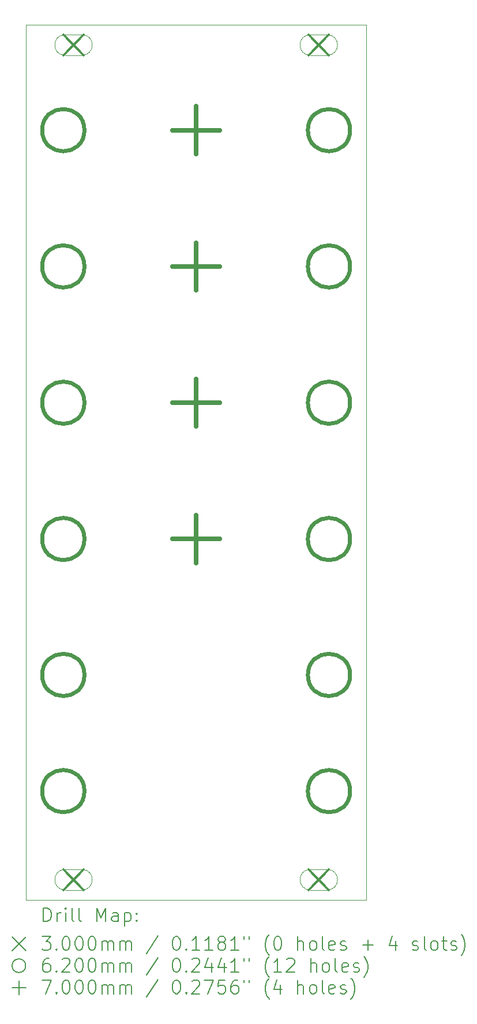
<source format=gbr>
%TF.GenerationSoftware,KiCad,Pcbnew,8.0.6-8.0.6-0~ubuntu22.04.1*%
%TF.CreationDate,2025-02-02T18:21:29+01:00*%
%TF.ProjectId,Drumbox,4472756d-626f-4782-9e6b-696361645f70,rev?*%
%TF.SameCoordinates,Original*%
%TF.FileFunction,Drillmap*%
%TF.FilePolarity,Positive*%
%FSLAX45Y45*%
G04 Gerber Fmt 4.5, Leading zero omitted, Abs format (unit mm)*
G04 Created by KiCad (PCBNEW 8.0.6-8.0.6-0~ubuntu22.04.1) date 2025-02-02 18:21:29*
%MOMM*%
%LPD*%
G01*
G04 APERTURE LIST*
%ADD10C,0.050000*%
%ADD11C,0.200000*%
%ADD12C,0.300000*%
%ADD13C,0.100000*%
%ADD14C,0.620000*%
%ADD15C,0.700000*%
G04 APERTURE END LIST*
D10*
X22040000Y-15330000D02*
X17040000Y-15330000D01*
X17040000Y-2480000D02*
X17040000Y-15330000D01*
X22040000Y-2480000D02*
X22040000Y-15330000D01*
X17040000Y-2480000D02*
X22040000Y-2480000D01*
D11*
D12*
X17590000Y-2630000D02*
X17890000Y-2930000D01*
X17890000Y-2630000D02*
X17590000Y-2930000D01*
D13*
X17615000Y-2930000D02*
X17865000Y-2930000D01*
X17865000Y-2630000D02*
G75*
G02*
X17865000Y-2930000I0J-150000D01*
G01*
X17865000Y-2630000D02*
X17615000Y-2630000D01*
X17615000Y-2630000D02*
G75*
G03*
X17615000Y-2930000I0J-150000D01*
G01*
D12*
X17590000Y-14880000D02*
X17890000Y-15180000D01*
X17890000Y-14880000D02*
X17590000Y-15180000D01*
D13*
X17615000Y-15180000D02*
X17865000Y-15180000D01*
X17865000Y-14880000D02*
G75*
G02*
X17865000Y-15180000I0J-150000D01*
G01*
X17865000Y-14880000D02*
X17615000Y-14880000D01*
X17615000Y-14880000D02*
G75*
G03*
X17615000Y-15180000I0J-150000D01*
G01*
D12*
X21190000Y-2630000D02*
X21490000Y-2930000D01*
X21490000Y-2630000D02*
X21190000Y-2930000D01*
D13*
X21215000Y-2930000D02*
X21465000Y-2930000D01*
X21465000Y-2630000D02*
G75*
G02*
X21465000Y-2930000I0J-150000D01*
G01*
X21465000Y-2630000D02*
X21215000Y-2630000D01*
X21215000Y-2630000D02*
G75*
G03*
X21215000Y-2930000I0J-150000D01*
G01*
D12*
X21190000Y-14880000D02*
X21490000Y-15180000D01*
X21490000Y-14880000D02*
X21190000Y-15180000D01*
D13*
X21215000Y-15180000D02*
X21465000Y-15180000D01*
X21465000Y-14880000D02*
G75*
G02*
X21465000Y-15180000I0J-150000D01*
G01*
X21465000Y-14880000D02*
X21215000Y-14880000D01*
X21215000Y-14880000D02*
G75*
G03*
X21215000Y-15180000I0J-150000D01*
G01*
D14*
X17900000Y-6030000D02*
G75*
G02*
X17280000Y-6030000I-310000J0D01*
G01*
X17280000Y-6030000D02*
G75*
G02*
X17900000Y-6030000I310000J0D01*
G01*
X17900000Y-8030000D02*
G75*
G02*
X17280000Y-8030000I-310000J0D01*
G01*
X17280000Y-8030000D02*
G75*
G02*
X17900000Y-8030000I310000J0D01*
G01*
X17900000Y-13730000D02*
G75*
G02*
X17280000Y-13730000I-310000J0D01*
G01*
X17280000Y-13730000D02*
G75*
G02*
X17900000Y-13730000I310000J0D01*
G01*
X17900000Y-4030000D02*
G75*
G02*
X17280000Y-4030000I-310000J0D01*
G01*
X17280000Y-4030000D02*
G75*
G02*
X17900000Y-4030000I310000J0D01*
G01*
X17900000Y-10030000D02*
G75*
G02*
X17280000Y-10030000I-310000J0D01*
G01*
X17280000Y-10030000D02*
G75*
G02*
X17900000Y-10030000I310000J0D01*
G01*
X17900000Y-12025000D02*
G75*
G02*
X17280000Y-12025000I-310000J0D01*
G01*
X17280000Y-12025000D02*
G75*
G02*
X17900000Y-12025000I310000J0D01*
G01*
X21800000Y-6030000D02*
G75*
G02*
X21180000Y-6030000I-310000J0D01*
G01*
X21180000Y-6030000D02*
G75*
G02*
X21800000Y-6030000I310000J0D01*
G01*
X21800000Y-8030000D02*
G75*
G02*
X21180000Y-8030000I-310000J0D01*
G01*
X21180000Y-8030000D02*
G75*
G02*
X21800000Y-8030000I310000J0D01*
G01*
X21800000Y-4030000D02*
G75*
G02*
X21180000Y-4030000I-310000J0D01*
G01*
X21180000Y-4030000D02*
G75*
G02*
X21800000Y-4030000I310000J0D01*
G01*
X21800000Y-10030000D02*
G75*
G02*
X21180000Y-10030000I-310000J0D01*
G01*
X21180000Y-10030000D02*
G75*
G02*
X21800000Y-10030000I310000J0D01*
G01*
X21800000Y-12025000D02*
G75*
G02*
X21180000Y-12025000I-310000J0D01*
G01*
X21180000Y-12025000D02*
G75*
G02*
X21800000Y-12025000I310000J0D01*
G01*
X21800000Y-13730000D02*
G75*
G02*
X21180000Y-13730000I-310000J0D01*
G01*
X21180000Y-13730000D02*
G75*
G02*
X21800000Y-13730000I310000J0D01*
G01*
D15*
X19540000Y-5680000D02*
X19540000Y-6380000D01*
X19190000Y-6030000D02*
X19890000Y-6030000D01*
X19540000Y-7680000D02*
X19540000Y-8380000D01*
X19190000Y-8030000D02*
X19890000Y-8030000D01*
X19540000Y-3680000D02*
X19540000Y-4380000D01*
X19190000Y-4030000D02*
X19890000Y-4030000D01*
X19540000Y-9680000D02*
X19540000Y-10380000D01*
X19190000Y-10030000D02*
X19890000Y-10030000D01*
D11*
X17298277Y-15643984D02*
X17298277Y-15443984D01*
X17298277Y-15443984D02*
X17345896Y-15443984D01*
X17345896Y-15443984D02*
X17374467Y-15453508D01*
X17374467Y-15453508D02*
X17393515Y-15472555D01*
X17393515Y-15472555D02*
X17403039Y-15491603D01*
X17403039Y-15491603D02*
X17412563Y-15529698D01*
X17412563Y-15529698D02*
X17412563Y-15558269D01*
X17412563Y-15558269D02*
X17403039Y-15596365D01*
X17403039Y-15596365D02*
X17393515Y-15615412D01*
X17393515Y-15615412D02*
X17374467Y-15634460D01*
X17374467Y-15634460D02*
X17345896Y-15643984D01*
X17345896Y-15643984D02*
X17298277Y-15643984D01*
X17498277Y-15643984D02*
X17498277Y-15510650D01*
X17498277Y-15548746D02*
X17507801Y-15529698D01*
X17507801Y-15529698D02*
X17517324Y-15520174D01*
X17517324Y-15520174D02*
X17536372Y-15510650D01*
X17536372Y-15510650D02*
X17555420Y-15510650D01*
X17622086Y-15643984D02*
X17622086Y-15510650D01*
X17622086Y-15443984D02*
X17612563Y-15453508D01*
X17612563Y-15453508D02*
X17622086Y-15463031D01*
X17622086Y-15463031D02*
X17631610Y-15453508D01*
X17631610Y-15453508D02*
X17622086Y-15443984D01*
X17622086Y-15443984D02*
X17622086Y-15463031D01*
X17745896Y-15643984D02*
X17726848Y-15634460D01*
X17726848Y-15634460D02*
X17717324Y-15615412D01*
X17717324Y-15615412D02*
X17717324Y-15443984D01*
X17850658Y-15643984D02*
X17831610Y-15634460D01*
X17831610Y-15634460D02*
X17822086Y-15615412D01*
X17822086Y-15615412D02*
X17822086Y-15443984D01*
X18079229Y-15643984D02*
X18079229Y-15443984D01*
X18079229Y-15443984D02*
X18145896Y-15586841D01*
X18145896Y-15586841D02*
X18212563Y-15443984D01*
X18212563Y-15443984D02*
X18212563Y-15643984D01*
X18393515Y-15643984D02*
X18393515Y-15539222D01*
X18393515Y-15539222D02*
X18383991Y-15520174D01*
X18383991Y-15520174D02*
X18364944Y-15510650D01*
X18364944Y-15510650D02*
X18326848Y-15510650D01*
X18326848Y-15510650D02*
X18307801Y-15520174D01*
X18393515Y-15634460D02*
X18374467Y-15643984D01*
X18374467Y-15643984D02*
X18326848Y-15643984D01*
X18326848Y-15643984D02*
X18307801Y-15634460D01*
X18307801Y-15634460D02*
X18298277Y-15615412D01*
X18298277Y-15615412D02*
X18298277Y-15596365D01*
X18298277Y-15596365D02*
X18307801Y-15577317D01*
X18307801Y-15577317D02*
X18326848Y-15567793D01*
X18326848Y-15567793D02*
X18374467Y-15567793D01*
X18374467Y-15567793D02*
X18393515Y-15558269D01*
X18488753Y-15510650D02*
X18488753Y-15710650D01*
X18488753Y-15520174D02*
X18507801Y-15510650D01*
X18507801Y-15510650D02*
X18545896Y-15510650D01*
X18545896Y-15510650D02*
X18564944Y-15520174D01*
X18564944Y-15520174D02*
X18574467Y-15529698D01*
X18574467Y-15529698D02*
X18583991Y-15548746D01*
X18583991Y-15548746D02*
X18583991Y-15605888D01*
X18583991Y-15605888D02*
X18574467Y-15624936D01*
X18574467Y-15624936D02*
X18564944Y-15634460D01*
X18564944Y-15634460D02*
X18545896Y-15643984D01*
X18545896Y-15643984D02*
X18507801Y-15643984D01*
X18507801Y-15643984D02*
X18488753Y-15634460D01*
X18669705Y-15624936D02*
X18679229Y-15634460D01*
X18679229Y-15634460D02*
X18669705Y-15643984D01*
X18669705Y-15643984D02*
X18660182Y-15634460D01*
X18660182Y-15634460D02*
X18669705Y-15624936D01*
X18669705Y-15624936D02*
X18669705Y-15643984D01*
X18669705Y-15520174D02*
X18679229Y-15529698D01*
X18679229Y-15529698D02*
X18669705Y-15539222D01*
X18669705Y-15539222D02*
X18660182Y-15529698D01*
X18660182Y-15529698D02*
X18669705Y-15520174D01*
X18669705Y-15520174D02*
X18669705Y-15539222D01*
X16837500Y-15872500D02*
X17037500Y-16072500D01*
X17037500Y-15872500D02*
X16837500Y-16072500D01*
X17279229Y-15863984D02*
X17403039Y-15863984D01*
X17403039Y-15863984D02*
X17336372Y-15940174D01*
X17336372Y-15940174D02*
X17364944Y-15940174D01*
X17364944Y-15940174D02*
X17383991Y-15949698D01*
X17383991Y-15949698D02*
X17393515Y-15959222D01*
X17393515Y-15959222D02*
X17403039Y-15978269D01*
X17403039Y-15978269D02*
X17403039Y-16025888D01*
X17403039Y-16025888D02*
X17393515Y-16044936D01*
X17393515Y-16044936D02*
X17383991Y-16054460D01*
X17383991Y-16054460D02*
X17364944Y-16063984D01*
X17364944Y-16063984D02*
X17307801Y-16063984D01*
X17307801Y-16063984D02*
X17288753Y-16054460D01*
X17288753Y-16054460D02*
X17279229Y-16044936D01*
X17488753Y-16044936D02*
X17498277Y-16054460D01*
X17498277Y-16054460D02*
X17488753Y-16063984D01*
X17488753Y-16063984D02*
X17479229Y-16054460D01*
X17479229Y-16054460D02*
X17488753Y-16044936D01*
X17488753Y-16044936D02*
X17488753Y-16063984D01*
X17622086Y-15863984D02*
X17641134Y-15863984D01*
X17641134Y-15863984D02*
X17660182Y-15873508D01*
X17660182Y-15873508D02*
X17669705Y-15883031D01*
X17669705Y-15883031D02*
X17679229Y-15902079D01*
X17679229Y-15902079D02*
X17688753Y-15940174D01*
X17688753Y-15940174D02*
X17688753Y-15987793D01*
X17688753Y-15987793D02*
X17679229Y-16025888D01*
X17679229Y-16025888D02*
X17669705Y-16044936D01*
X17669705Y-16044936D02*
X17660182Y-16054460D01*
X17660182Y-16054460D02*
X17641134Y-16063984D01*
X17641134Y-16063984D02*
X17622086Y-16063984D01*
X17622086Y-16063984D02*
X17603039Y-16054460D01*
X17603039Y-16054460D02*
X17593515Y-16044936D01*
X17593515Y-16044936D02*
X17583991Y-16025888D01*
X17583991Y-16025888D02*
X17574467Y-15987793D01*
X17574467Y-15987793D02*
X17574467Y-15940174D01*
X17574467Y-15940174D02*
X17583991Y-15902079D01*
X17583991Y-15902079D02*
X17593515Y-15883031D01*
X17593515Y-15883031D02*
X17603039Y-15873508D01*
X17603039Y-15873508D02*
X17622086Y-15863984D01*
X17812563Y-15863984D02*
X17831610Y-15863984D01*
X17831610Y-15863984D02*
X17850658Y-15873508D01*
X17850658Y-15873508D02*
X17860182Y-15883031D01*
X17860182Y-15883031D02*
X17869705Y-15902079D01*
X17869705Y-15902079D02*
X17879229Y-15940174D01*
X17879229Y-15940174D02*
X17879229Y-15987793D01*
X17879229Y-15987793D02*
X17869705Y-16025888D01*
X17869705Y-16025888D02*
X17860182Y-16044936D01*
X17860182Y-16044936D02*
X17850658Y-16054460D01*
X17850658Y-16054460D02*
X17831610Y-16063984D01*
X17831610Y-16063984D02*
X17812563Y-16063984D01*
X17812563Y-16063984D02*
X17793515Y-16054460D01*
X17793515Y-16054460D02*
X17783991Y-16044936D01*
X17783991Y-16044936D02*
X17774467Y-16025888D01*
X17774467Y-16025888D02*
X17764944Y-15987793D01*
X17764944Y-15987793D02*
X17764944Y-15940174D01*
X17764944Y-15940174D02*
X17774467Y-15902079D01*
X17774467Y-15902079D02*
X17783991Y-15883031D01*
X17783991Y-15883031D02*
X17793515Y-15873508D01*
X17793515Y-15873508D02*
X17812563Y-15863984D01*
X18003039Y-15863984D02*
X18022086Y-15863984D01*
X18022086Y-15863984D02*
X18041134Y-15873508D01*
X18041134Y-15873508D02*
X18050658Y-15883031D01*
X18050658Y-15883031D02*
X18060182Y-15902079D01*
X18060182Y-15902079D02*
X18069705Y-15940174D01*
X18069705Y-15940174D02*
X18069705Y-15987793D01*
X18069705Y-15987793D02*
X18060182Y-16025888D01*
X18060182Y-16025888D02*
X18050658Y-16044936D01*
X18050658Y-16044936D02*
X18041134Y-16054460D01*
X18041134Y-16054460D02*
X18022086Y-16063984D01*
X18022086Y-16063984D02*
X18003039Y-16063984D01*
X18003039Y-16063984D02*
X17983991Y-16054460D01*
X17983991Y-16054460D02*
X17974467Y-16044936D01*
X17974467Y-16044936D02*
X17964944Y-16025888D01*
X17964944Y-16025888D02*
X17955420Y-15987793D01*
X17955420Y-15987793D02*
X17955420Y-15940174D01*
X17955420Y-15940174D02*
X17964944Y-15902079D01*
X17964944Y-15902079D02*
X17974467Y-15883031D01*
X17974467Y-15883031D02*
X17983991Y-15873508D01*
X17983991Y-15873508D02*
X18003039Y-15863984D01*
X18155420Y-16063984D02*
X18155420Y-15930650D01*
X18155420Y-15949698D02*
X18164944Y-15940174D01*
X18164944Y-15940174D02*
X18183991Y-15930650D01*
X18183991Y-15930650D02*
X18212563Y-15930650D01*
X18212563Y-15930650D02*
X18231610Y-15940174D01*
X18231610Y-15940174D02*
X18241134Y-15959222D01*
X18241134Y-15959222D02*
X18241134Y-16063984D01*
X18241134Y-15959222D02*
X18250658Y-15940174D01*
X18250658Y-15940174D02*
X18269705Y-15930650D01*
X18269705Y-15930650D02*
X18298277Y-15930650D01*
X18298277Y-15930650D02*
X18317325Y-15940174D01*
X18317325Y-15940174D02*
X18326848Y-15959222D01*
X18326848Y-15959222D02*
X18326848Y-16063984D01*
X18422086Y-16063984D02*
X18422086Y-15930650D01*
X18422086Y-15949698D02*
X18431610Y-15940174D01*
X18431610Y-15940174D02*
X18450658Y-15930650D01*
X18450658Y-15930650D02*
X18479229Y-15930650D01*
X18479229Y-15930650D02*
X18498277Y-15940174D01*
X18498277Y-15940174D02*
X18507801Y-15959222D01*
X18507801Y-15959222D02*
X18507801Y-16063984D01*
X18507801Y-15959222D02*
X18517325Y-15940174D01*
X18517325Y-15940174D02*
X18536372Y-15930650D01*
X18536372Y-15930650D02*
X18564944Y-15930650D01*
X18564944Y-15930650D02*
X18583991Y-15940174D01*
X18583991Y-15940174D02*
X18593515Y-15959222D01*
X18593515Y-15959222D02*
X18593515Y-16063984D01*
X18983991Y-15854460D02*
X18812563Y-16111603D01*
X19241134Y-15863984D02*
X19260182Y-15863984D01*
X19260182Y-15863984D02*
X19279229Y-15873508D01*
X19279229Y-15873508D02*
X19288753Y-15883031D01*
X19288753Y-15883031D02*
X19298277Y-15902079D01*
X19298277Y-15902079D02*
X19307801Y-15940174D01*
X19307801Y-15940174D02*
X19307801Y-15987793D01*
X19307801Y-15987793D02*
X19298277Y-16025888D01*
X19298277Y-16025888D02*
X19288753Y-16044936D01*
X19288753Y-16044936D02*
X19279229Y-16054460D01*
X19279229Y-16054460D02*
X19260182Y-16063984D01*
X19260182Y-16063984D02*
X19241134Y-16063984D01*
X19241134Y-16063984D02*
X19222087Y-16054460D01*
X19222087Y-16054460D02*
X19212563Y-16044936D01*
X19212563Y-16044936D02*
X19203039Y-16025888D01*
X19203039Y-16025888D02*
X19193515Y-15987793D01*
X19193515Y-15987793D02*
X19193515Y-15940174D01*
X19193515Y-15940174D02*
X19203039Y-15902079D01*
X19203039Y-15902079D02*
X19212563Y-15883031D01*
X19212563Y-15883031D02*
X19222087Y-15873508D01*
X19222087Y-15873508D02*
X19241134Y-15863984D01*
X19393515Y-16044936D02*
X19403039Y-16054460D01*
X19403039Y-16054460D02*
X19393515Y-16063984D01*
X19393515Y-16063984D02*
X19383991Y-16054460D01*
X19383991Y-16054460D02*
X19393515Y-16044936D01*
X19393515Y-16044936D02*
X19393515Y-16063984D01*
X19593515Y-16063984D02*
X19479229Y-16063984D01*
X19536372Y-16063984D02*
X19536372Y-15863984D01*
X19536372Y-15863984D02*
X19517325Y-15892555D01*
X19517325Y-15892555D02*
X19498277Y-15911603D01*
X19498277Y-15911603D02*
X19479229Y-15921127D01*
X19783991Y-16063984D02*
X19669706Y-16063984D01*
X19726848Y-16063984D02*
X19726848Y-15863984D01*
X19726848Y-15863984D02*
X19707801Y-15892555D01*
X19707801Y-15892555D02*
X19688753Y-15911603D01*
X19688753Y-15911603D02*
X19669706Y-15921127D01*
X19898277Y-15949698D02*
X19879229Y-15940174D01*
X19879229Y-15940174D02*
X19869706Y-15930650D01*
X19869706Y-15930650D02*
X19860182Y-15911603D01*
X19860182Y-15911603D02*
X19860182Y-15902079D01*
X19860182Y-15902079D02*
X19869706Y-15883031D01*
X19869706Y-15883031D02*
X19879229Y-15873508D01*
X19879229Y-15873508D02*
X19898277Y-15863984D01*
X19898277Y-15863984D02*
X19936372Y-15863984D01*
X19936372Y-15863984D02*
X19955420Y-15873508D01*
X19955420Y-15873508D02*
X19964944Y-15883031D01*
X19964944Y-15883031D02*
X19974468Y-15902079D01*
X19974468Y-15902079D02*
X19974468Y-15911603D01*
X19974468Y-15911603D02*
X19964944Y-15930650D01*
X19964944Y-15930650D02*
X19955420Y-15940174D01*
X19955420Y-15940174D02*
X19936372Y-15949698D01*
X19936372Y-15949698D02*
X19898277Y-15949698D01*
X19898277Y-15949698D02*
X19879229Y-15959222D01*
X19879229Y-15959222D02*
X19869706Y-15968746D01*
X19869706Y-15968746D02*
X19860182Y-15987793D01*
X19860182Y-15987793D02*
X19860182Y-16025888D01*
X19860182Y-16025888D02*
X19869706Y-16044936D01*
X19869706Y-16044936D02*
X19879229Y-16054460D01*
X19879229Y-16054460D02*
X19898277Y-16063984D01*
X19898277Y-16063984D02*
X19936372Y-16063984D01*
X19936372Y-16063984D02*
X19955420Y-16054460D01*
X19955420Y-16054460D02*
X19964944Y-16044936D01*
X19964944Y-16044936D02*
X19974468Y-16025888D01*
X19974468Y-16025888D02*
X19974468Y-15987793D01*
X19974468Y-15987793D02*
X19964944Y-15968746D01*
X19964944Y-15968746D02*
X19955420Y-15959222D01*
X19955420Y-15959222D02*
X19936372Y-15949698D01*
X20164944Y-16063984D02*
X20050658Y-16063984D01*
X20107801Y-16063984D02*
X20107801Y-15863984D01*
X20107801Y-15863984D02*
X20088753Y-15892555D01*
X20088753Y-15892555D02*
X20069706Y-15911603D01*
X20069706Y-15911603D02*
X20050658Y-15921127D01*
X20241134Y-15863984D02*
X20241134Y-15902079D01*
X20317325Y-15863984D02*
X20317325Y-15902079D01*
X20612563Y-16140174D02*
X20603039Y-16130650D01*
X20603039Y-16130650D02*
X20583991Y-16102079D01*
X20583991Y-16102079D02*
X20574468Y-16083031D01*
X20574468Y-16083031D02*
X20564944Y-16054460D01*
X20564944Y-16054460D02*
X20555420Y-16006841D01*
X20555420Y-16006841D02*
X20555420Y-15968746D01*
X20555420Y-15968746D02*
X20564944Y-15921127D01*
X20564944Y-15921127D02*
X20574468Y-15892555D01*
X20574468Y-15892555D02*
X20583991Y-15873508D01*
X20583991Y-15873508D02*
X20603039Y-15844936D01*
X20603039Y-15844936D02*
X20612563Y-15835412D01*
X20726849Y-15863984D02*
X20745896Y-15863984D01*
X20745896Y-15863984D02*
X20764944Y-15873508D01*
X20764944Y-15873508D02*
X20774468Y-15883031D01*
X20774468Y-15883031D02*
X20783991Y-15902079D01*
X20783991Y-15902079D02*
X20793515Y-15940174D01*
X20793515Y-15940174D02*
X20793515Y-15987793D01*
X20793515Y-15987793D02*
X20783991Y-16025888D01*
X20783991Y-16025888D02*
X20774468Y-16044936D01*
X20774468Y-16044936D02*
X20764944Y-16054460D01*
X20764944Y-16054460D02*
X20745896Y-16063984D01*
X20745896Y-16063984D02*
X20726849Y-16063984D01*
X20726849Y-16063984D02*
X20707801Y-16054460D01*
X20707801Y-16054460D02*
X20698277Y-16044936D01*
X20698277Y-16044936D02*
X20688753Y-16025888D01*
X20688753Y-16025888D02*
X20679230Y-15987793D01*
X20679230Y-15987793D02*
X20679230Y-15940174D01*
X20679230Y-15940174D02*
X20688753Y-15902079D01*
X20688753Y-15902079D02*
X20698277Y-15883031D01*
X20698277Y-15883031D02*
X20707801Y-15873508D01*
X20707801Y-15873508D02*
X20726849Y-15863984D01*
X21031611Y-16063984D02*
X21031611Y-15863984D01*
X21117325Y-16063984D02*
X21117325Y-15959222D01*
X21117325Y-15959222D02*
X21107801Y-15940174D01*
X21107801Y-15940174D02*
X21088753Y-15930650D01*
X21088753Y-15930650D02*
X21060182Y-15930650D01*
X21060182Y-15930650D02*
X21041134Y-15940174D01*
X21041134Y-15940174D02*
X21031611Y-15949698D01*
X21241134Y-16063984D02*
X21222087Y-16054460D01*
X21222087Y-16054460D02*
X21212563Y-16044936D01*
X21212563Y-16044936D02*
X21203039Y-16025888D01*
X21203039Y-16025888D02*
X21203039Y-15968746D01*
X21203039Y-15968746D02*
X21212563Y-15949698D01*
X21212563Y-15949698D02*
X21222087Y-15940174D01*
X21222087Y-15940174D02*
X21241134Y-15930650D01*
X21241134Y-15930650D02*
X21269706Y-15930650D01*
X21269706Y-15930650D02*
X21288753Y-15940174D01*
X21288753Y-15940174D02*
X21298277Y-15949698D01*
X21298277Y-15949698D02*
X21307801Y-15968746D01*
X21307801Y-15968746D02*
X21307801Y-16025888D01*
X21307801Y-16025888D02*
X21298277Y-16044936D01*
X21298277Y-16044936D02*
X21288753Y-16054460D01*
X21288753Y-16054460D02*
X21269706Y-16063984D01*
X21269706Y-16063984D02*
X21241134Y-16063984D01*
X21422087Y-16063984D02*
X21403039Y-16054460D01*
X21403039Y-16054460D02*
X21393515Y-16035412D01*
X21393515Y-16035412D02*
X21393515Y-15863984D01*
X21574468Y-16054460D02*
X21555420Y-16063984D01*
X21555420Y-16063984D02*
X21517325Y-16063984D01*
X21517325Y-16063984D02*
X21498277Y-16054460D01*
X21498277Y-16054460D02*
X21488753Y-16035412D01*
X21488753Y-16035412D02*
X21488753Y-15959222D01*
X21488753Y-15959222D02*
X21498277Y-15940174D01*
X21498277Y-15940174D02*
X21517325Y-15930650D01*
X21517325Y-15930650D02*
X21555420Y-15930650D01*
X21555420Y-15930650D02*
X21574468Y-15940174D01*
X21574468Y-15940174D02*
X21583992Y-15959222D01*
X21583992Y-15959222D02*
X21583992Y-15978269D01*
X21583992Y-15978269D02*
X21488753Y-15997317D01*
X21660182Y-16054460D02*
X21679230Y-16063984D01*
X21679230Y-16063984D02*
X21717325Y-16063984D01*
X21717325Y-16063984D02*
X21736373Y-16054460D01*
X21736373Y-16054460D02*
X21745896Y-16035412D01*
X21745896Y-16035412D02*
X21745896Y-16025888D01*
X21745896Y-16025888D02*
X21736373Y-16006841D01*
X21736373Y-16006841D02*
X21717325Y-15997317D01*
X21717325Y-15997317D02*
X21688753Y-15997317D01*
X21688753Y-15997317D02*
X21669706Y-15987793D01*
X21669706Y-15987793D02*
X21660182Y-15968746D01*
X21660182Y-15968746D02*
X21660182Y-15959222D01*
X21660182Y-15959222D02*
X21669706Y-15940174D01*
X21669706Y-15940174D02*
X21688753Y-15930650D01*
X21688753Y-15930650D02*
X21717325Y-15930650D01*
X21717325Y-15930650D02*
X21736373Y-15940174D01*
X21983992Y-15987793D02*
X22136373Y-15987793D01*
X22060182Y-16063984D02*
X22060182Y-15911603D01*
X22469706Y-15930650D02*
X22469706Y-16063984D01*
X22422087Y-15854460D02*
X22374468Y-15997317D01*
X22374468Y-15997317D02*
X22498277Y-15997317D01*
X22717325Y-16054460D02*
X22736373Y-16063984D01*
X22736373Y-16063984D02*
X22774468Y-16063984D01*
X22774468Y-16063984D02*
X22793515Y-16054460D01*
X22793515Y-16054460D02*
X22803039Y-16035412D01*
X22803039Y-16035412D02*
X22803039Y-16025888D01*
X22803039Y-16025888D02*
X22793515Y-16006841D01*
X22793515Y-16006841D02*
X22774468Y-15997317D01*
X22774468Y-15997317D02*
X22745896Y-15997317D01*
X22745896Y-15997317D02*
X22726849Y-15987793D01*
X22726849Y-15987793D02*
X22717325Y-15968746D01*
X22717325Y-15968746D02*
X22717325Y-15959222D01*
X22717325Y-15959222D02*
X22726849Y-15940174D01*
X22726849Y-15940174D02*
X22745896Y-15930650D01*
X22745896Y-15930650D02*
X22774468Y-15930650D01*
X22774468Y-15930650D02*
X22793515Y-15940174D01*
X22917325Y-16063984D02*
X22898277Y-16054460D01*
X22898277Y-16054460D02*
X22888754Y-16035412D01*
X22888754Y-16035412D02*
X22888754Y-15863984D01*
X23022087Y-16063984D02*
X23003039Y-16054460D01*
X23003039Y-16054460D02*
X22993515Y-16044936D01*
X22993515Y-16044936D02*
X22983992Y-16025888D01*
X22983992Y-16025888D02*
X22983992Y-15968746D01*
X22983992Y-15968746D02*
X22993515Y-15949698D01*
X22993515Y-15949698D02*
X23003039Y-15940174D01*
X23003039Y-15940174D02*
X23022087Y-15930650D01*
X23022087Y-15930650D02*
X23050658Y-15930650D01*
X23050658Y-15930650D02*
X23069706Y-15940174D01*
X23069706Y-15940174D02*
X23079230Y-15949698D01*
X23079230Y-15949698D02*
X23088754Y-15968746D01*
X23088754Y-15968746D02*
X23088754Y-16025888D01*
X23088754Y-16025888D02*
X23079230Y-16044936D01*
X23079230Y-16044936D02*
X23069706Y-16054460D01*
X23069706Y-16054460D02*
X23050658Y-16063984D01*
X23050658Y-16063984D02*
X23022087Y-16063984D01*
X23145896Y-15930650D02*
X23222087Y-15930650D01*
X23174468Y-15863984D02*
X23174468Y-16035412D01*
X23174468Y-16035412D02*
X23183992Y-16054460D01*
X23183992Y-16054460D02*
X23203039Y-16063984D01*
X23203039Y-16063984D02*
X23222087Y-16063984D01*
X23279230Y-16054460D02*
X23298277Y-16063984D01*
X23298277Y-16063984D02*
X23336373Y-16063984D01*
X23336373Y-16063984D02*
X23355420Y-16054460D01*
X23355420Y-16054460D02*
X23364944Y-16035412D01*
X23364944Y-16035412D02*
X23364944Y-16025888D01*
X23364944Y-16025888D02*
X23355420Y-16006841D01*
X23355420Y-16006841D02*
X23336373Y-15997317D01*
X23336373Y-15997317D02*
X23307801Y-15997317D01*
X23307801Y-15997317D02*
X23288754Y-15987793D01*
X23288754Y-15987793D02*
X23279230Y-15968746D01*
X23279230Y-15968746D02*
X23279230Y-15959222D01*
X23279230Y-15959222D02*
X23288754Y-15940174D01*
X23288754Y-15940174D02*
X23307801Y-15930650D01*
X23307801Y-15930650D02*
X23336373Y-15930650D01*
X23336373Y-15930650D02*
X23355420Y-15940174D01*
X23431611Y-16140174D02*
X23441135Y-16130650D01*
X23441135Y-16130650D02*
X23460182Y-16102079D01*
X23460182Y-16102079D02*
X23469706Y-16083031D01*
X23469706Y-16083031D02*
X23479230Y-16054460D01*
X23479230Y-16054460D02*
X23488754Y-16006841D01*
X23488754Y-16006841D02*
X23488754Y-15968746D01*
X23488754Y-15968746D02*
X23479230Y-15921127D01*
X23479230Y-15921127D02*
X23469706Y-15892555D01*
X23469706Y-15892555D02*
X23460182Y-15873508D01*
X23460182Y-15873508D02*
X23441135Y-15844936D01*
X23441135Y-15844936D02*
X23431611Y-15835412D01*
X17037500Y-16292500D02*
G75*
G02*
X16837500Y-16292500I-100000J0D01*
G01*
X16837500Y-16292500D02*
G75*
G02*
X17037500Y-16292500I100000J0D01*
G01*
X17383991Y-16183984D02*
X17345896Y-16183984D01*
X17345896Y-16183984D02*
X17326848Y-16193508D01*
X17326848Y-16193508D02*
X17317324Y-16203031D01*
X17317324Y-16203031D02*
X17298277Y-16231603D01*
X17298277Y-16231603D02*
X17288753Y-16269698D01*
X17288753Y-16269698D02*
X17288753Y-16345888D01*
X17288753Y-16345888D02*
X17298277Y-16364936D01*
X17298277Y-16364936D02*
X17307801Y-16374460D01*
X17307801Y-16374460D02*
X17326848Y-16383984D01*
X17326848Y-16383984D02*
X17364944Y-16383984D01*
X17364944Y-16383984D02*
X17383991Y-16374460D01*
X17383991Y-16374460D02*
X17393515Y-16364936D01*
X17393515Y-16364936D02*
X17403039Y-16345888D01*
X17403039Y-16345888D02*
X17403039Y-16298269D01*
X17403039Y-16298269D02*
X17393515Y-16279222D01*
X17393515Y-16279222D02*
X17383991Y-16269698D01*
X17383991Y-16269698D02*
X17364944Y-16260174D01*
X17364944Y-16260174D02*
X17326848Y-16260174D01*
X17326848Y-16260174D02*
X17307801Y-16269698D01*
X17307801Y-16269698D02*
X17298277Y-16279222D01*
X17298277Y-16279222D02*
X17288753Y-16298269D01*
X17488753Y-16364936D02*
X17498277Y-16374460D01*
X17498277Y-16374460D02*
X17488753Y-16383984D01*
X17488753Y-16383984D02*
X17479229Y-16374460D01*
X17479229Y-16374460D02*
X17488753Y-16364936D01*
X17488753Y-16364936D02*
X17488753Y-16383984D01*
X17574467Y-16203031D02*
X17583991Y-16193508D01*
X17583991Y-16193508D02*
X17603039Y-16183984D01*
X17603039Y-16183984D02*
X17650658Y-16183984D01*
X17650658Y-16183984D02*
X17669705Y-16193508D01*
X17669705Y-16193508D02*
X17679229Y-16203031D01*
X17679229Y-16203031D02*
X17688753Y-16222079D01*
X17688753Y-16222079D02*
X17688753Y-16241127D01*
X17688753Y-16241127D02*
X17679229Y-16269698D01*
X17679229Y-16269698D02*
X17564944Y-16383984D01*
X17564944Y-16383984D02*
X17688753Y-16383984D01*
X17812563Y-16183984D02*
X17831610Y-16183984D01*
X17831610Y-16183984D02*
X17850658Y-16193508D01*
X17850658Y-16193508D02*
X17860182Y-16203031D01*
X17860182Y-16203031D02*
X17869705Y-16222079D01*
X17869705Y-16222079D02*
X17879229Y-16260174D01*
X17879229Y-16260174D02*
X17879229Y-16307793D01*
X17879229Y-16307793D02*
X17869705Y-16345888D01*
X17869705Y-16345888D02*
X17860182Y-16364936D01*
X17860182Y-16364936D02*
X17850658Y-16374460D01*
X17850658Y-16374460D02*
X17831610Y-16383984D01*
X17831610Y-16383984D02*
X17812563Y-16383984D01*
X17812563Y-16383984D02*
X17793515Y-16374460D01*
X17793515Y-16374460D02*
X17783991Y-16364936D01*
X17783991Y-16364936D02*
X17774467Y-16345888D01*
X17774467Y-16345888D02*
X17764944Y-16307793D01*
X17764944Y-16307793D02*
X17764944Y-16260174D01*
X17764944Y-16260174D02*
X17774467Y-16222079D01*
X17774467Y-16222079D02*
X17783991Y-16203031D01*
X17783991Y-16203031D02*
X17793515Y-16193508D01*
X17793515Y-16193508D02*
X17812563Y-16183984D01*
X18003039Y-16183984D02*
X18022086Y-16183984D01*
X18022086Y-16183984D02*
X18041134Y-16193508D01*
X18041134Y-16193508D02*
X18050658Y-16203031D01*
X18050658Y-16203031D02*
X18060182Y-16222079D01*
X18060182Y-16222079D02*
X18069705Y-16260174D01*
X18069705Y-16260174D02*
X18069705Y-16307793D01*
X18069705Y-16307793D02*
X18060182Y-16345888D01*
X18060182Y-16345888D02*
X18050658Y-16364936D01*
X18050658Y-16364936D02*
X18041134Y-16374460D01*
X18041134Y-16374460D02*
X18022086Y-16383984D01*
X18022086Y-16383984D02*
X18003039Y-16383984D01*
X18003039Y-16383984D02*
X17983991Y-16374460D01*
X17983991Y-16374460D02*
X17974467Y-16364936D01*
X17974467Y-16364936D02*
X17964944Y-16345888D01*
X17964944Y-16345888D02*
X17955420Y-16307793D01*
X17955420Y-16307793D02*
X17955420Y-16260174D01*
X17955420Y-16260174D02*
X17964944Y-16222079D01*
X17964944Y-16222079D02*
X17974467Y-16203031D01*
X17974467Y-16203031D02*
X17983991Y-16193508D01*
X17983991Y-16193508D02*
X18003039Y-16183984D01*
X18155420Y-16383984D02*
X18155420Y-16250650D01*
X18155420Y-16269698D02*
X18164944Y-16260174D01*
X18164944Y-16260174D02*
X18183991Y-16250650D01*
X18183991Y-16250650D02*
X18212563Y-16250650D01*
X18212563Y-16250650D02*
X18231610Y-16260174D01*
X18231610Y-16260174D02*
X18241134Y-16279222D01*
X18241134Y-16279222D02*
X18241134Y-16383984D01*
X18241134Y-16279222D02*
X18250658Y-16260174D01*
X18250658Y-16260174D02*
X18269705Y-16250650D01*
X18269705Y-16250650D02*
X18298277Y-16250650D01*
X18298277Y-16250650D02*
X18317325Y-16260174D01*
X18317325Y-16260174D02*
X18326848Y-16279222D01*
X18326848Y-16279222D02*
X18326848Y-16383984D01*
X18422086Y-16383984D02*
X18422086Y-16250650D01*
X18422086Y-16269698D02*
X18431610Y-16260174D01*
X18431610Y-16260174D02*
X18450658Y-16250650D01*
X18450658Y-16250650D02*
X18479229Y-16250650D01*
X18479229Y-16250650D02*
X18498277Y-16260174D01*
X18498277Y-16260174D02*
X18507801Y-16279222D01*
X18507801Y-16279222D02*
X18507801Y-16383984D01*
X18507801Y-16279222D02*
X18517325Y-16260174D01*
X18517325Y-16260174D02*
X18536372Y-16250650D01*
X18536372Y-16250650D02*
X18564944Y-16250650D01*
X18564944Y-16250650D02*
X18583991Y-16260174D01*
X18583991Y-16260174D02*
X18593515Y-16279222D01*
X18593515Y-16279222D02*
X18593515Y-16383984D01*
X18983991Y-16174460D02*
X18812563Y-16431603D01*
X19241134Y-16183984D02*
X19260182Y-16183984D01*
X19260182Y-16183984D02*
X19279229Y-16193508D01*
X19279229Y-16193508D02*
X19288753Y-16203031D01*
X19288753Y-16203031D02*
X19298277Y-16222079D01*
X19298277Y-16222079D02*
X19307801Y-16260174D01*
X19307801Y-16260174D02*
X19307801Y-16307793D01*
X19307801Y-16307793D02*
X19298277Y-16345888D01*
X19298277Y-16345888D02*
X19288753Y-16364936D01*
X19288753Y-16364936D02*
X19279229Y-16374460D01*
X19279229Y-16374460D02*
X19260182Y-16383984D01*
X19260182Y-16383984D02*
X19241134Y-16383984D01*
X19241134Y-16383984D02*
X19222087Y-16374460D01*
X19222087Y-16374460D02*
X19212563Y-16364936D01*
X19212563Y-16364936D02*
X19203039Y-16345888D01*
X19203039Y-16345888D02*
X19193515Y-16307793D01*
X19193515Y-16307793D02*
X19193515Y-16260174D01*
X19193515Y-16260174D02*
X19203039Y-16222079D01*
X19203039Y-16222079D02*
X19212563Y-16203031D01*
X19212563Y-16203031D02*
X19222087Y-16193508D01*
X19222087Y-16193508D02*
X19241134Y-16183984D01*
X19393515Y-16364936D02*
X19403039Y-16374460D01*
X19403039Y-16374460D02*
X19393515Y-16383984D01*
X19393515Y-16383984D02*
X19383991Y-16374460D01*
X19383991Y-16374460D02*
X19393515Y-16364936D01*
X19393515Y-16364936D02*
X19393515Y-16383984D01*
X19479229Y-16203031D02*
X19488753Y-16193508D01*
X19488753Y-16193508D02*
X19507801Y-16183984D01*
X19507801Y-16183984D02*
X19555420Y-16183984D01*
X19555420Y-16183984D02*
X19574468Y-16193508D01*
X19574468Y-16193508D02*
X19583991Y-16203031D01*
X19583991Y-16203031D02*
X19593515Y-16222079D01*
X19593515Y-16222079D02*
X19593515Y-16241127D01*
X19593515Y-16241127D02*
X19583991Y-16269698D01*
X19583991Y-16269698D02*
X19469706Y-16383984D01*
X19469706Y-16383984D02*
X19593515Y-16383984D01*
X19764944Y-16250650D02*
X19764944Y-16383984D01*
X19717325Y-16174460D02*
X19669706Y-16317317D01*
X19669706Y-16317317D02*
X19793515Y-16317317D01*
X19955420Y-16250650D02*
X19955420Y-16383984D01*
X19907801Y-16174460D02*
X19860182Y-16317317D01*
X19860182Y-16317317D02*
X19983991Y-16317317D01*
X20164944Y-16383984D02*
X20050658Y-16383984D01*
X20107801Y-16383984D02*
X20107801Y-16183984D01*
X20107801Y-16183984D02*
X20088753Y-16212555D01*
X20088753Y-16212555D02*
X20069706Y-16231603D01*
X20069706Y-16231603D02*
X20050658Y-16241127D01*
X20241134Y-16183984D02*
X20241134Y-16222079D01*
X20317325Y-16183984D02*
X20317325Y-16222079D01*
X20612563Y-16460174D02*
X20603039Y-16450650D01*
X20603039Y-16450650D02*
X20583991Y-16422079D01*
X20583991Y-16422079D02*
X20574468Y-16403031D01*
X20574468Y-16403031D02*
X20564944Y-16374460D01*
X20564944Y-16374460D02*
X20555420Y-16326841D01*
X20555420Y-16326841D02*
X20555420Y-16288746D01*
X20555420Y-16288746D02*
X20564944Y-16241127D01*
X20564944Y-16241127D02*
X20574468Y-16212555D01*
X20574468Y-16212555D02*
X20583991Y-16193508D01*
X20583991Y-16193508D02*
X20603039Y-16164936D01*
X20603039Y-16164936D02*
X20612563Y-16155412D01*
X20793515Y-16383984D02*
X20679230Y-16383984D01*
X20736372Y-16383984D02*
X20736372Y-16183984D01*
X20736372Y-16183984D02*
X20717325Y-16212555D01*
X20717325Y-16212555D02*
X20698277Y-16231603D01*
X20698277Y-16231603D02*
X20679230Y-16241127D01*
X20869706Y-16203031D02*
X20879230Y-16193508D01*
X20879230Y-16193508D02*
X20898277Y-16183984D01*
X20898277Y-16183984D02*
X20945896Y-16183984D01*
X20945896Y-16183984D02*
X20964944Y-16193508D01*
X20964944Y-16193508D02*
X20974468Y-16203031D01*
X20974468Y-16203031D02*
X20983991Y-16222079D01*
X20983991Y-16222079D02*
X20983991Y-16241127D01*
X20983991Y-16241127D02*
X20974468Y-16269698D01*
X20974468Y-16269698D02*
X20860182Y-16383984D01*
X20860182Y-16383984D02*
X20983991Y-16383984D01*
X21222087Y-16383984D02*
X21222087Y-16183984D01*
X21307801Y-16383984D02*
X21307801Y-16279222D01*
X21307801Y-16279222D02*
X21298277Y-16260174D01*
X21298277Y-16260174D02*
X21279230Y-16250650D01*
X21279230Y-16250650D02*
X21250658Y-16250650D01*
X21250658Y-16250650D02*
X21231611Y-16260174D01*
X21231611Y-16260174D02*
X21222087Y-16269698D01*
X21431611Y-16383984D02*
X21412563Y-16374460D01*
X21412563Y-16374460D02*
X21403039Y-16364936D01*
X21403039Y-16364936D02*
X21393515Y-16345888D01*
X21393515Y-16345888D02*
X21393515Y-16288746D01*
X21393515Y-16288746D02*
X21403039Y-16269698D01*
X21403039Y-16269698D02*
X21412563Y-16260174D01*
X21412563Y-16260174D02*
X21431611Y-16250650D01*
X21431611Y-16250650D02*
X21460182Y-16250650D01*
X21460182Y-16250650D02*
X21479230Y-16260174D01*
X21479230Y-16260174D02*
X21488753Y-16269698D01*
X21488753Y-16269698D02*
X21498277Y-16288746D01*
X21498277Y-16288746D02*
X21498277Y-16345888D01*
X21498277Y-16345888D02*
X21488753Y-16364936D01*
X21488753Y-16364936D02*
X21479230Y-16374460D01*
X21479230Y-16374460D02*
X21460182Y-16383984D01*
X21460182Y-16383984D02*
X21431611Y-16383984D01*
X21612563Y-16383984D02*
X21593515Y-16374460D01*
X21593515Y-16374460D02*
X21583992Y-16355412D01*
X21583992Y-16355412D02*
X21583992Y-16183984D01*
X21764944Y-16374460D02*
X21745896Y-16383984D01*
X21745896Y-16383984D02*
X21707801Y-16383984D01*
X21707801Y-16383984D02*
X21688753Y-16374460D01*
X21688753Y-16374460D02*
X21679230Y-16355412D01*
X21679230Y-16355412D02*
X21679230Y-16279222D01*
X21679230Y-16279222D02*
X21688753Y-16260174D01*
X21688753Y-16260174D02*
X21707801Y-16250650D01*
X21707801Y-16250650D02*
X21745896Y-16250650D01*
X21745896Y-16250650D02*
X21764944Y-16260174D01*
X21764944Y-16260174D02*
X21774468Y-16279222D01*
X21774468Y-16279222D02*
X21774468Y-16298269D01*
X21774468Y-16298269D02*
X21679230Y-16317317D01*
X21850658Y-16374460D02*
X21869706Y-16383984D01*
X21869706Y-16383984D02*
X21907801Y-16383984D01*
X21907801Y-16383984D02*
X21926849Y-16374460D01*
X21926849Y-16374460D02*
X21936373Y-16355412D01*
X21936373Y-16355412D02*
X21936373Y-16345888D01*
X21936373Y-16345888D02*
X21926849Y-16326841D01*
X21926849Y-16326841D02*
X21907801Y-16317317D01*
X21907801Y-16317317D02*
X21879230Y-16317317D01*
X21879230Y-16317317D02*
X21860182Y-16307793D01*
X21860182Y-16307793D02*
X21850658Y-16288746D01*
X21850658Y-16288746D02*
X21850658Y-16279222D01*
X21850658Y-16279222D02*
X21860182Y-16260174D01*
X21860182Y-16260174D02*
X21879230Y-16250650D01*
X21879230Y-16250650D02*
X21907801Y-16250650D01*
X21907801Y-16250650D02*
X21926849Y-16260174D01*
X22003039Y-16460174D02*
X22012563Y-16450650D01*
X22012563Y-16450650D02*
X22031611Y-16422079D01*
X22031611Y-16422079D02*
X22041134Y-16403031D01*
X22041134Y-16403031D02*
X22050658Y-16374460D01*
X22050658Y-16374460D02*
X22060182Y-16326841D01*
X22060182Y-16326841D02*
X22060182Y-16288746D01*
X22060182Y-16288746D02*
X22050658Y-16241127D01*
X22050658Y-16241127D02*
X22041134Y-16212555D01*
X22041134Y-16212555D02*
X22031611Y-16193508D01*
X22031611Y-16193508D02*
X22012563Y-16164936D01*
X22012563Y-16164936D02*
X22003039Y-16155412D01*
X16937500Y-16512500D02*
X16937500Y-16712500D01*
X16837500Y-16612500D02*
X17037500Y-16612500D01*
X17279229Y-16503984D02*
X17412563Y-16503984D01*
X17412563Y-16503984D02*
X17326848Y-16703984D01*
X17488753Y-16684936D02*
X17498277Y-16694460D01*
X17498277Y-16694460D02*
X17488753Y-16703984D01*
X17488753Y-16703984D02*
X17479229Y-16694460D01*
X17479229Y-16694460D02*
X17488753Y-16684936D01*
X17488753Y-16684936D02*
X17488753Y-16703984D01*
X17622086Y-16503984D02*
X17641134Y-16503984D01*
X17641134Y-16503984D02*
X17660182Y-16513508D01*
X17660182Y-16513508D02*
X17669705Y-16523031D01*
X17669705Y-16523031D02*
X17679229Y-16542079D01*
X17679229Y-16542079D02*
X17688753Y-16580174D01*
X17688753Y-16580174D02*
X17688753Y-16627793D01*
X17688753Y-16627793D02*
X17679229Y-16665888D01*
X17679229Y-16665888D02*
X17669705Y-16684936D01*
X17669705Y-16684936D02*
X17660182Y-16694460D01*
X17660182Y-16694460D02*
X17641134Y-16703984D01*
X17641134Y-16703984D02*
X17622086Y-16703984D01*
X17622086Y-16703984D02*
X17603039Y-16694460D01*
X17603039Y-16694460D02*
X17593515Y-16684936D01*
X17593515Y-16684936D02*
X17583991Y-16665888D01*
X17583991Y-16665888D02*
X17574467Y-16627793D01*
X17574467Y-16627793D02*
X17574467Y-16580174D01*
X17574467Y-16580174D02*
X17583991Y-16542079D01*
X17583991Y-16542079D02*
X17593515Y-16523031D01*
X17593515Y-16523031D02*
X17603039Y-16513508D01*
X17603039Y-16513508D02*
X17622086Y-16503984D01*
X17812563Y-16503984D02*
X17831610Y-16503984D01*
X17831610Y-16503984D02*
X17850658Y-16513508D01*
X17850658Y-16513508D02*
X17860182Y-16523031D01*
X17860182Y-16523031D02*
X17869705Y-16542079D01*
X17869705Y-16542079D02*
X17879229Y-16580174D01*
X17879229Y-16580174D02*
X17879229Y-16627793D01*
X17879229Y-16627793D02*
X17869705Y-16665888D01*
X17869705Y-16665888D02*
X17860182Y-16684936D01*
X17860182Y-16684936D02*
X17850658Y-16694460D01*
X17850658Y-16694460D02*
X17831610Y-16703984D01*
X17831610Y-16703984D02*
X17812563Y-16703984D01*
X17812563Y-16703984D02*
X17793515Y-16694460D01*
X17793515Y-16694460D02*
X17783991Y-16684936D01*
X17783991Y-16684936D02*
X17774467Y-16665888D01*
X17774467Y-16665888D02*
X17764944Y-16627793D01*
X17764944Y-16627793D02*
X17764944Y-16580174D01*
X17764944Y-16580174D02*
X17774467Y-16542079D01*
X17774467Y-16542079D02*
X17783991Y-16523031D01*
X17783991Y-16523031D02*
X17793515Y-16513508D01*
X17793515Y-16513508D02*
X17812563Y-16503984D01*
X18003039Y-16503984D02*
X18022086Y-16503984D01*
X18022086Y-16503984D02*
X18041134Y-16513508D01*
X18041134Y-16513508D02*
X18050658Y-16523031D01*
X18050658Y-16523031D02*
X18060182Y-16542079D01*
X18060182Y-16542079D02*
X18069705Y-16580174D01*
X18069705Y-16580174D02*
X18069705Y-16627793D01*
X18069705Y-16627793D02*
X18060182Y-16665888D01*
X18060182Y-16665888D02*
X18050658Y-16684936D01*
X18050658Y-16684936D02*
X18041134Y-16694460D01*
X18041134Y-16694460D02*
X18022086Y-16703984D01*
X18022086Y-16703984D02*
X18003039Y-16703984D01*
X18003039Y-16703984D02*
X17983991Y-16694460D01*
X17983991Y-16694460D02*
X17974467Y-16684936D01*
X17974467Y-16684936D02*
X17964944Y-16665888D01*
X17964944Y-16665888D02*
X17955420Y-16627793D01*
X17955420Y-16627793D02*
X17955420Y-16580174D01*
X17955420Y-16580174D02*
X17964944Y-16542079D01*
X17964944Y-16542079D02*
X17974467Y-16523031D01*
X17974467Y-16523031D02*
X17983991Y-16513508D01*
X17983991Y-16513508D02*
X18003039Y-16503984D01*
X18155420Y-16703984D02*
X18155420Y-16570650D01*
X18155420Y-16589698D02*
X18164944Y-16580174D01*
X18164944Y-16580174D02*
X18183991Y-16570650D01*
X18183991Y-16570650D02*
X18212563Y-16570650D01*
X18212563Y-16570650D02*
X18231610Y-16580174D01*
X18231610Y-16580174D02*
X18241134Y-16599222D01*
X18241134Y-16599222D02*
X18241134Y-16703984D01*
X18241134Y-16599222D02*
X18250658Y-16580174D01*
X18250658Y-16580174D02*
X18269705Y-16570650D01*
X18269705Y-16570650D02*
X18298277Y-16570650D01*
X18298277Y-16570650D02*
X18317325Y-16580174D01*
X18317325Y-16580174D02*
X18326848Y-16599222D01*
X18326848Y-16599222D02*
X18326848Y-16703984D01*
X18422086Y-16703984D02*
X18422086Y-16570650D01*
X18422086Y-16589698D02*
X18431610Y-16580174D01*
X18431610Y-16580174D02*
X18450658Y-16570650D01*
X18450658Y-16570650D02*
X18479229Y-16570650D01*
X18479229Y-16570650D02*
X18498277Y-16580174D01*
X18498277Y-16580174D02*
X18507801Y-16599222D01*
X18507801Y-16599222D02*
X18507801Y-16703984D01*
X18507801Y-16599222D02*
X18517325Y-16580174D01*
X18517325Y-16580174D02*
X18536372Y-16570650D01*
X18536372Y-16570650D02*
X18564944Y-16570650D01*
X18564944Y-16570650D02*
X18583991Y-16580174D01*
X18583991Y-16580174D02*
X18593515Y-16599222D01*
X18593515Y-16599222D02*
X18593515Y-16703984D01*
X18983991Y-16494460D02*
X18812563Y-16751603D01*
X19241134Y-16503984D02*
X19260182Y-16503984D01*
X19260182Y-16503984D02*
X19279229Y-16513508D01*
X19279229Y-16513508D02*
X19288753Y-16523031D01*
X19288753Y-16523031D02*
X19298277Y-16542079D01*
X19298277Y-16542079D02*
X19307801Y-16580174D01*
X19307801Y-16580174D02*
X19307801Y-16627793D01*
X19307801Y-16627793D02*
X19298277Y-16665888D01*
X19298277Y-16665888D02*
X19288753Y-16684936D01*
X19288753Y-16684936D02*
X19279229Y-16694460D01*
X19279229Y-16694460D02*
X19260182Y-16703984D01*
X19260182Y-16703984D02*
X19241134Y-16703984D01*
X19241134Y-16703984D02*
X19222087Y-16694460D01*
X19222087Y-16694460D02*
X19212563Y-16684936D01*
X19212563Y-16684936D02*
X19203039Y-16665888D01*
X19203039Y-16665888D02*
X19193515Y-16627793D01*
X19193515Y-16627793D02*
X19193515Y-16580174D01*
X19193515Y-16580174D02*
X19203039Y-16542079D01*
X19203039Y-16542079D02*
X19212563Y-16523031D01*
X19212563Y-16523031D02*
X19222087Y-16513508D01*
X19222087Y-16513508D02*
X19241134Y-16503984D01*
X19393515Y-16684936D02*
X19403039Y-16694460D01*
X19403039Y-16694460D02*
X19393515Y-16703984D01*
X19393515Y-16703984D02*
X19383991Y-16694460D01*
X19383991Y-16694460D02*
X19393515Y-16684936D01*
X19393515Y-16684936D02*
X19393515Y-16703984D01*
X19479229Y-16523031D02*
X19488753Y-16513508D01*
X19488753Y-16513508D02*
X19507801Y-16503984D01*
X19507801Y-16503984D02*
X19555420Y-16503984D01*
X19555420Y-16503984D02*
X19574468Y-16513508D01*
X19574468Y-16513508D02*
X19583991Y-16523031D01*
X19583991Y-16523031D02*
X19593515Y-16542079D01*
X19593515Y-16542079D02*
X19593515Y-16561127D01*
X19593515Y-16561127D02*
X19583991Y-16589698D01*
X19583991Y-16589698D02*
X19469706Y-16703984D01*
X19469706Y-16703984D02*
X19593515Y-16703984D01*
X19660182Y-16503984D02*
X19793515Y-16503984D01*
X19793515Y-16503984D02*
X19707801Y-16703984D01*
X19964944Y-16503984D02*
X19869706Y-16503984D01*
X19869706Y-16503984D02*
X19860182Y-16599222D01*
X19860182Y-16599222D02*
X19869706Y-16589698D01*
X19869706Y-16589698D02*
X19888753Y-16580174D01*
X19888753Y-16580174D02*
X19936372Y-16580174D01*
X19936372Y-16580174D02*
X19955420Y-16589698D01*
X19955420Y-16589698D02*
X19964944Y-16599222D01*
X19964944Y-16599222D02*
X19974468Y-16618269D01*
X19974468Y-16618269D02*
X19974468Y-16665888D01*
X19974468Y-16665888D02*
X19964944Y-16684936D01*
X19964944Y-16684936D02*
X19955420Y-16694460D01*
X19955420Y-16694460D02*
X19936372Y-16703984D01*
X19936372Y-16703984D02*
X19888753Y-16703984D01*
X19888753Y-16703984D02*
X19869706Y-16694460D01*
X19869706Y-16694460D02*
X19860182Y-16684936D01*
X20145896Y-16503984D02*
X20107801Y-16503984D01*
X20107801Y-16503984D02*
X20088753Y-16513508D01*
X20088753Y-16513508D02*
X20079229Y-16523031D01*
X20079229Y-16523031D02*
X20060182Y-16551603D01*
X20060182Y-16551603D02*
X20050658Y-16589698D01*
X20050658Y-16589698D02*
X20050658Y-16665888D01*
X20050658Y-16665888D02*
X20060182Y-16684936D01*
X20060182Y-16684936D02*
X20069706Y-16694460D01*
X20069706Y-16694460D02*
X20088753Y-16703984D01*
X20088753Y-16703984D02*
X20126849Y-16703984D01*
X20126849Y-16703984D02*
X20145896Y-16694460D01*
X20145896Y-16694460D02*
X20155420Y-16684936D01*
X20155420Y-16684936D02*
X20164944Y-16665888D01*
X20164944Y-16665888D02*
X20164944Y-16618269D01*
X20164944Y-16618269D02*
X20155420Y-16599222D01*
X20155420Y-16599222D02*
X20145896Y-16589698D01*
X20145896Y-16589698D02*
X20126849Y-16580174D01*
X20126849Y-16580174D02*
X20088753Y-16580174D01*
X20088753Y-16580174D02*
X20069706Y-16589698D01*
X20069706Y-16589698D02*
X20060182Y-16599222D01*
X20060182Y-16599222D02*
X20050658Y-16618269D01*
X20241134Y-16503984D02*
X20241134Y-16542079D01*
X20317325Y-16503984D02*
X20317325Y-16542079D01*
X20612563Y-16780174D02*
X20603039Y-16770650D01*
X20603039Y-16770650D02*
X20583991Y-16742079D01*
X20583991Y-16742079D02*
X20574468Y-16723031D01*
X20574468Y-16723031D02*
X20564944Y-16694460D01*
X20564944Y-16694460D02*
X20555420Y-16646841D01*
X20555420Y-16646841D02*
X20555420Y-16608746D01*
X20555420Y-16608746D02*
X20564944Y-16561127D01*
X20564944Y-16561127D02*
X20574468Y-16532555D01*
X20574468Y-16532555D02*
X20583991Y-16513508D01*
X20583991Y-16513508D02*
X20603039Y-16484936D01*
X20603039Y-16484936D02*
X20612563Y-16475412D01*
X20774468Y-16570650D02*
X20774468Y-16703984D01*
X20726849Y-16494460D02*
X20679230Y-16637317D01*
X20679230Y-16637317D02*
X20803039Y-16637317D01*
X21031611Y-16703984D02*
X21031611Y-16503984D01*
X21117325Y-16703984D02*
X21117325Y-16599222D01*
X21117325Y-16599222D02*
X21107801Y-16580174D01*
X21107801Y-16580174D02*
X21088753Y-16570650D01*
X21088753Y-16570650D02*
X21060182Y-16570650D01*
X21060182Y-16570650D02*
X21041134Y-16580174D01*
X21041134Y-16580174D02*
X21031611Y-16589698D01*
X21241134Y-16703984D02*
X21222087Y-16694460D01*
X21222087Y-16694460D02*
X21212563Y-16684936D01*
X21212563Y-16684936D02*
X21203039Y-16665888D01*
X21203039Y-16665888D02*
X21203039Y-16608746D01*
X21203039Y-16608746D02*
X21212563Y-16589698D01*
X21212563Y-16589698D02*
X21222087Y-16580174D01*
X21222087Y-16580174D02*
X21241134Y-16570650D01*
X21241134Y-16570650D02*
X21269706Y-16570650D01*
X21269706Y-16570650D02*
X21288753Y-16580174D01*
X21288753Y-16580174D02*
X21298277Y-16589698D01*
X21298277Y-16589698D02*
X21307801Y-16608746D01*
X21307801Y-16608746D02*
X21307801Y-16665888D01*
X21307801Y-16665888D02*
X21298277Y-16684936D01*
X21298277Y-16684936D02*
X21288753Y-16694460D01*
X21288753Y-16694460D02*
X21269706Y-16703984D01*
X21269706Y-16703984D02*
X21241134Y-16703984D01*
X21422087Y-16703984D02*
X21403039Y-16694460D01*
X21403039Y-16694460D02*
X21393515Y-16675412D01*
X21393515Y-16675412D02*
X21393515Y-16503984D01*
X21574468Y-16694460D02*
X21555420Y-16703984D01*
X21555420Y-16703984D02*
X21517325Y-16703984D01*
X21517325Y-16703984D02*
X21498277Y-16694460D01*
X21498277Y-16694460D02*
X21488753Y-16675412D01*
X21488753Y-16675412D02*
X21488753Y-16599222D01*
X21488753Y-16599222D02*
X21498277Y-16580174D01*
X21498277Y-16580174D02*
X21517325Y-16570650D01*
X21517325Y-16570650D02*
X21555420Y-16570650D01*
X21555420Y-16570650D02*
X21574468Y-16580174D01*
X21574468Y-16580174D02*
X21583992Y-16599222D01*
X21583992Y-16599222D02*
X21583992Y-16618269D01*
X21583992Y-16618269D02*
X21488753Y-16637317D01*
X21660182Y-16694460D02*
X21679230Y-16703984D01*
X21679230Y-16703984D02*
X21717325Y-16703984D01*
X21717325Y-16703984D02*
X21736373Y-16694460D01*
X21736373Y-16694460D02*
X21745896Y-16675412D01*
X21745896Y-16675412D02*
X21745896Y-16665888D01*
X21745896Y-16665888D02*
X21736373Y-16646841D01*
X21736373Y-16646841D02*
X21717325Y-16637317D01*
X21717325Y-16637317D02*
X21688753Y-16637317D01*
X21688753Y-16637317D02*
X21669706Y-16627793D01*
X21669706Y-16627793D02*
X21660182Y-16608746D01*
X21660182Y-16608746D02*
X21660182Y-16599222D01*
X21660182Y-16599222D02*
X21669706Y-16580174D01*
X21669706Y-16580174D02*
X21688753Y-16570650D01*
X21688753Y-16570650D02*
X21717325Y-16570650D01*
X21717325Y-16570650D02*
X21736373Y-16580174D01*
X21812563Y-16780174D02*
X21822087Y-16770650D01*
X21822087Y-16770650D02*
X21841134Y-16742079D01*
X21841134Y-16742079D02*
X21850658Y-16723031D01*
X21850658Y-16723031D02*
X21860182Y-16694460D01*
X21860182Y-16694460D02*
X21869706Y-16646841D01*
X21869706Y-16646841D02*
X21869706Y-16608746D01*
X21869706Y-16608746D02*
X21860182Y-16561127D01*
X21860182Y-16561127D02*
X21850658Y-16532555D01*
X21850658Y-16532555D02*
X21841134Y-16513508D01*
X21841134Y-16513508D02*
X21822087Y-16484936D01*
X21822087Y-16484936D02*
X21812563Y-16475412D01*
M02*

</source>
